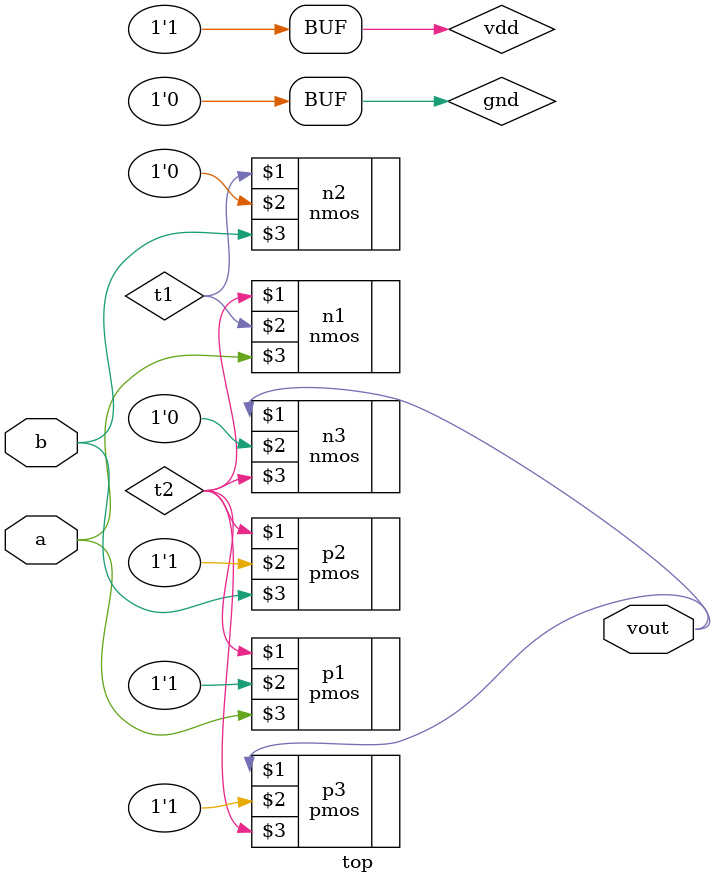
<source format=v>
module top(
input a,b,
output vout
    );
    
supply1 vdd;
supply0 gnd;

wire t1,t2;

pmos p1(t2,vdd,a);
pmos p2(t2,vdd,b);
nmos n1(t2,t1,a);
nmos n2(t1,gnd,b);
pmos p3(vout,vdd,t2);
nmos n3(vout,gnd,t2);
    
endmodule


</source>
